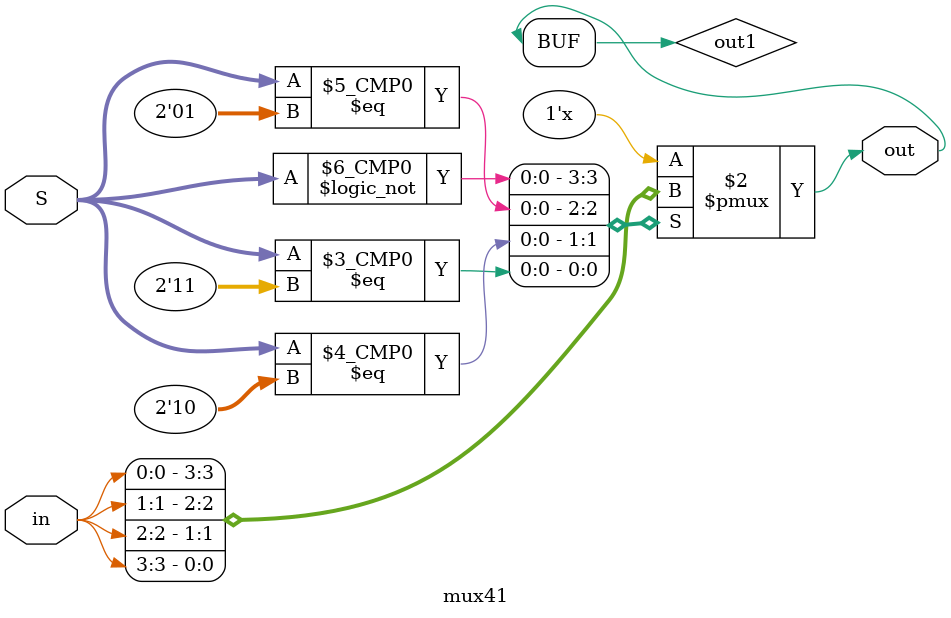
<source format=v>
`timescale 1ns / 1ps

module mux41(input [3:0] in, input [1:0] S, output out);
    
reg out1;
assign out = out1;
   
    always @(S) 
    begin
        case(S)
            2'b00 : out1 = in[0];
            2'b01 : out1 = in[1];
            2'b10 : out1 = in[2];
            2'b11 : out1 = in[3];

        endcase
    end
endmodule

    



</source>
